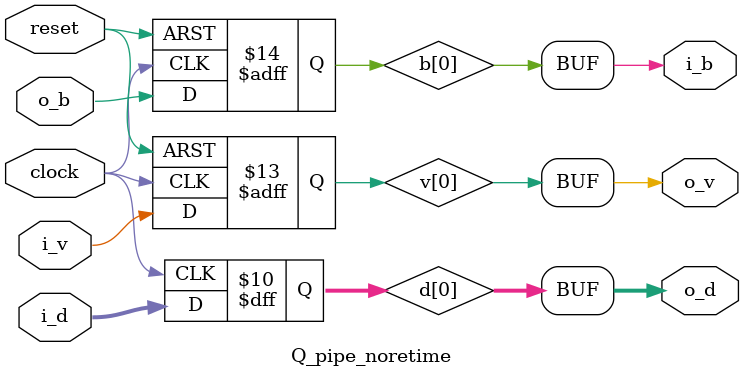
<source format=v>


`ifdef  Q_pipe_noretime
`else
`define Q_pipe_noretime


module Q_pipe_noretime (clock, reset, i_d, i_v, i_b, o_d, o_v, o_b);

   parameter depth =  1;    // - greatest #items in queue  (1 <= depth <= 256)
   parameter width = 16;    // - width of data (i_d, o_d)

   parameter addrwidth = 8;

   /*   
   parameter addrwidth =
		(  (((depth))     ==0) ? 0	// - depth==0   LOG2=0
		 : (((depth-1)>>0)==0) ? 0	// - depth<=1   LOG2=0
		 : (((depth-1)>>1)==0) ? 1	// - depth<=2   LOG2=1
		 : (((depth-1)>>2)==0) ? 2	// - depth<=4   LOG2=2
		 : (((depth-1)>>3)==0) ? 3	// - depth<=8   LOG2=3
		 : (((depth-1)>>4)==0) ? 4	// - depth<=16  LOG2=4
		 : (((depth-1)>>5)==0) ? 5	// - depth<=32  LOG2=5
		 : (((depth-1)>>6)==0) ? 6	// - depth<=64  LOG2=6
		 : (((depth-1)>>7)==0) ? 7	// - depth<=128 LOG2=7
		 :                       8)	// - depth<=256 LOG2=8
		 ;
   */
   
   input     clock;
   input     reset;
   
   input  [width-1:0] i_d;	// - input  stream data (concat data + eos)
   input              i_v;	// - input  stream valid
   output             i_b;	// - input  stream back-pressure

   output [width-1:0] o_d;	// - output stream data (concat data + eos)
   output             o_v;	// - output stream valid
   input              o_b;	// - output stream back-pressure

   reg 	  signed [addrwidth:0] i_, j_, k_;	// - stage indexes
   reg			       b [depth-1:0]	// - stage backpressure
			         /* synthesis syn_srlstyle="registers" */
			         /* synthesis syn_allow_retiming=0     */ ;
   reg 			       v [depth-1:0]	// - stage valid bit
			         /* synthesis syn_srlstyle="registers" */
			         /* synthesis syn_allow_retiming=0     */ ;
   reg           [width-1:0]   d [depth-1:0]	// - stage data
			         /* synthesis syn_srlstyle="registers" */
			         /* synthesis syn_allow_retiming=0     */ ;

   assign o_d = d[depth-1];			// - output data,  last  stage
   assign o_v = v[depth-1];			// - output valid, last  stage
   assign i_b = b[0];				// - input  bp,    first stage

   always @(posedge clock or negedge reset) begin	// - seq always: v, b
      if (!reset) begin
	 // synthesis loop_limit 256
	 for (i_=depth-1; i_>=0; i_=i_-1) begin
	    v[i_] <= 0;
	 end
	 for (j_=0; j_<=depth-1; j_=j_+1) begin
	    b[j_] <= 1;
	 end
      end
      else begin
	 // synthesis loop_limit 256
	 for (i_=depth-1; i_>0; i_=i_-1) begin
	    v[i_] <= v[i_-1];
	 end
	 v[0] <= i_v;
	 // synthesis loop_limit 256
	 for (j_=0; j_<depth-1; j_=j_+1) begin
	    b[j_] <= b[j_+1];
	 end
	 b[depth-1] <= o_b;
      end
   end // always @ (posedge clock or negedge reset)

   always @(posedge clock) begin			// - seq always: d
      // - no reset for d[] or b[] -- undefined on reset
      // synthesis loop_limit 256
      for (k_=depth-1; k_>0; k_=k_-1) begin
	 d[k_] <= d[k_-1];
      end
      d[0] <= i_d;
   end // always @ (posedge clock)
      
endmodule // Q_pipe_noretime


`endif  // `ifdef  Q_pipe_noretime

</source>
